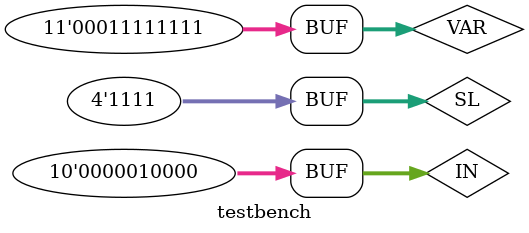
<source format=v>
`timescale 1ns / 1ps


module testbench;

	// Inputs
	reg [9:0] IN;
	reg [10:0] VAR;

	// Outputs
	wire OUT;
	wire [3:0]SL;

	// Instantiate the Unit Under Test (UUT)
	MUX10_1 uut (
		.IN(IN), 
		.SL(VAR[6:3]), 
		.OUT(OUT)
	);
	initial begin
		// Initialize Inputs
		for(VAR = 0; VAR <8'B1111_1111; VAR = VAR + 1) begin
					IN = (1<<(VAR%10));
		// Wait 100 ns for global reset to finish
			#100;
        end
	end
 assign SL = VAR[6:3];      
endmodule


</source>
